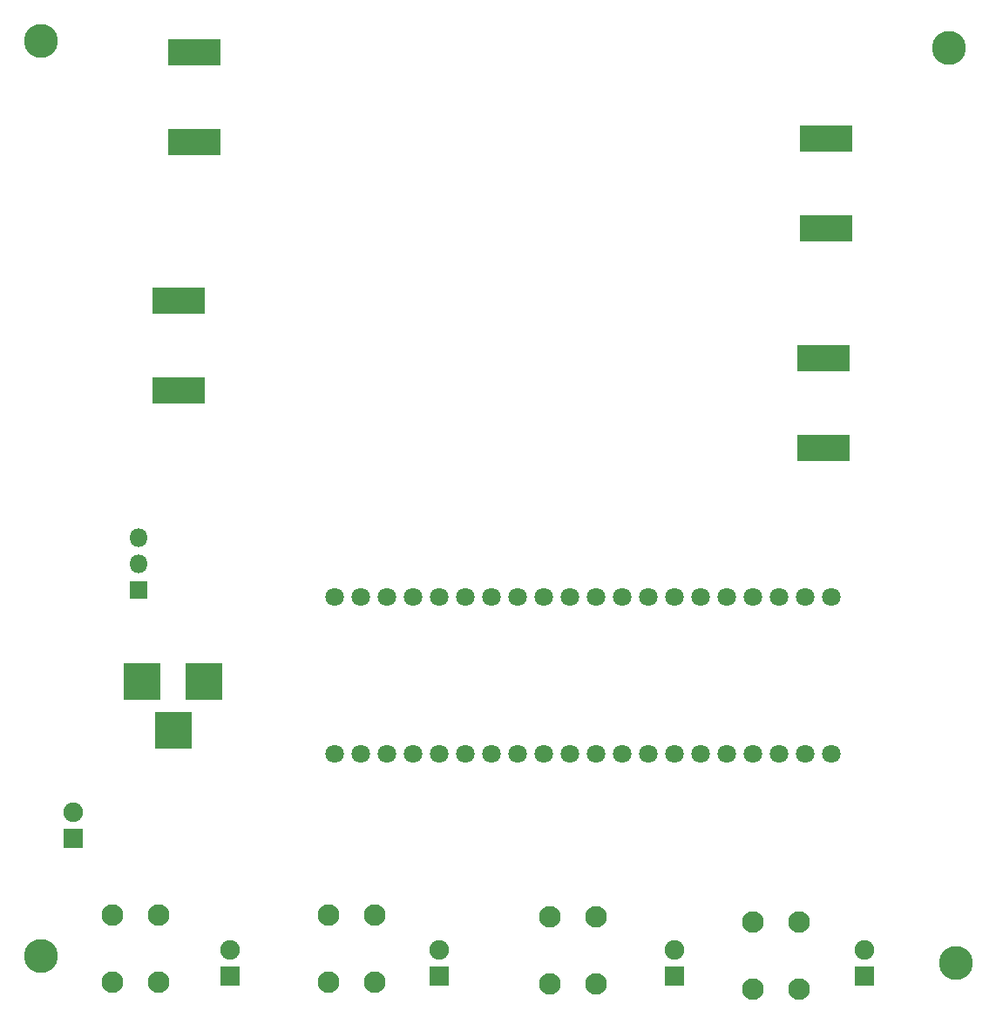
<source format=gbr>
%TF.GenerationSoftware,KiCad,Pcbnew,5.1.6*%
%TF.CreationDate,2020-08-01T20:23:43+02:00*%
%TF.ProjectId,AntSwitcher,416e7453-7769-4746-9368-65722e6b6963,rev?*%
%TF.SameCoordinates,Original*%
%TF.FileFunction,Soldermask,Bot*%
%TF.FilePolarity,Negative*%
%FSLAX46Y46*%
G04 Gerber Fmt 4.6, Leading zero omitted, Abs format (unit mm)*
G04 Created by KiCad (PCBNEW 5.1.6) date 2020-08-01 20:23:43*
%MOMM*%
%LPD*%
G01*
G04 APERTURE LIST*
%ADD10C,3.300000*%
%ADD11R,1.900000X1.900000*%
%ADD12C,1.900000*%
%ADD13R,3.600000X3.600000*%
%ADD14R,5.180000X2.520000*%
%ADD15O,1.800000X1.800000*%
%ADD16R,1.800000X1.800000*%
%ADD17C,2.100000*%
%ADD18C,1.800000*%
G04 APERTURE END LIST*
D10*
%TO.C,REF\u002A\u002A*%
X69215000Y-66040000D03*
%TD*%
%TO.C,REF\u002A\u002A*%
X157480000Y-66675000D03*
%TD*%
%TO.C,REF\u002A\u002A*%
X158115000Y-155575000D03*
%TD*%
%TO.C,REF\u002A\u002A*%
X69215000Y-154940000D03*
%TD*%
D11*
%TO.C,D1*%
X107950000Y-156845000D03*
D12*
X107950000Y-154305000D03*
%TD*%
%TO.C,D2*%
X87630000Y-154305000D03*
D11*
X87630000Y-156845000D03*
%TD*%
D12*
%TO.C,D3*%
X72390000Y-140970000D03*
D11*
X72390000Y-143510000D03*
%TD*%
%TO.C,D4*%
X130810000Y-156845000D03*
D12*
X130810000Y-154305000D03*
%TD*%
%TO.C,D7*%
X149225000Y-154305000D03*
D11*
X149225000Y-156845000D03*
%TD*%
D13*
%TO.C,J1*%
X82090000Y-132970000D03*
X79090000Y-128270000D03*
X85090000Y-128270000D03*
%TD*%
D14*
%TO.C,J2*%
X84132000Y-67121000D03*
X84132000Y-75881000D03*
%TD*%
%TO.C,J3*%
X82608000Y-100011000D03*
X82608000Y-91251000D03*
%TD*%
%TO.C,J4*%
X145484000Y-75503000D03*
X145484000Y-84263000D03*
%TD*%
%TO.C,J5*%
X145288000Y-105599000D03*
X145288000Y-96839000D03*
%TD*%
D15*
%TO.C,JP1*%
X78740000Y-114300000D03*
X78740000Y-116840000D03*
D16*
X78740000Y-119380000D03*
%TD*%
D17*
%TO.C,SW1*%
X76200000Y-150980000D03*
X80700000Y-150980000D03*
X76200000Y-157480000D03*
X80700000Y-157480000D03*
%TD*%
%TO.C,SW2*%
X101655000Y-157480000D03*
X97155000Y-157480000D03*
X101655000Y-150980000D03*
X97155000Y-150980000D03*
%TD*%
%TO.C,SW3*%
X142930000Y-158115000D03*
X138430000Y-158115000D03*
X142930000Y-151615000D03*
X138430000Y-151615000D03*
%TD*%
%TO.C,SW4*%
X123190000Y-157630000D03*
X118690000Y-157630000D03*
X123190000Y-151130000D03*
X118690000Y-151130000D03*
%TD*%
D18*
%TO.C,U1*%
X97790000Y-135255000D03*
X146050000Y-120015000D03*
X100330000Y-135255000D03*
X102870000Y-135255000D03*
X105410000Y-135255000D03*
X107950000Y-135255000D03*
X110490000Y-135255000D03*
X113030000Y-135255000D03*
X115570000Y-135255000D03*
X118110000Y-135255000D03*
X120650000Y-135255000D03*
X123190000Y-135255000D03*
X125730000Y-135255000D03*
X128270000Y-135255000D03*
X130810000Y-135255000D03*
X133350000Y-135255000D03*
X135890000Y-135255000D03*
X138430000Y-135255000D03*
X140970000Y-135255000D03*
X143510000Y-135255000D03*
X146050000Y-135255000D03*
X143510000Y-120015000D03*
X140970000Y-120015000D03*
X138430000Y-120015000D03*
X135890000Y-120015000D03*
X133350000Y-120015000D03*
X130810000Y-120015000D03*
X128270000Y-120015000D03*
X125730000Y-120015000D03*
X123190000Y-120015000D03*
X120650000Y-120015000D03*
X118110000Y-120015000D03*
X115570000Y-120015000D03*
X113030000Y-120015000D03*
X110490000Y-120015000D03*
X107950000Y-120015000D03*
X105410000Y-120015000D03*
X102870000Y-120015000D03*
X100330000Y-120015000D03*
X97790000Y-120015000D03*
%TD*%
M02*

</source>
